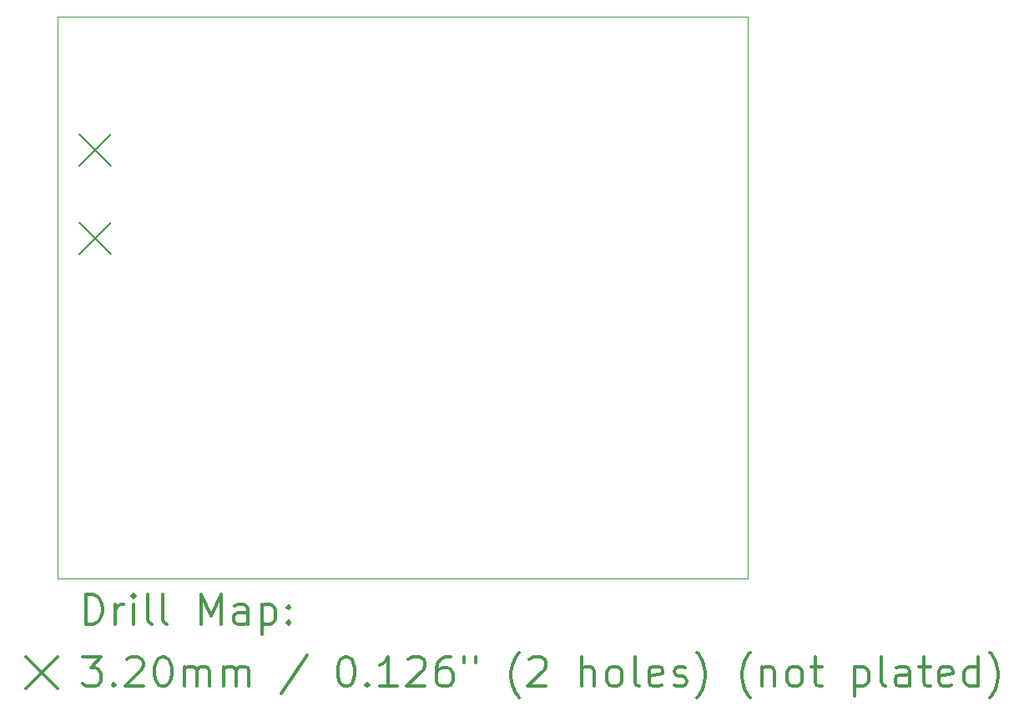
<source format=gbr>
%FSLAX45Y45*%
G04 Gerber Fmt 4.5, Leading zero omitted, Abs format (unit mm)*
G04 Created by KiCad (PCBNEW (5.1.6)-1) date 2021-10-22 00:30:33*
%MOMM*%
%LPD*%
G01*
G04 APERTURE LIST*
%TA.AperFunction,Profile*%
%ADD10C,0.050000*%
%TD*%
%ADD11C,0.200000*%
%ADD12C,0.300000*%
G04 APERTURE END LIST*
D10*
X0Y5700000D02*
X0Y0D01*
X7000000Y5700000D02*
X0Y5700000D01*
X7000000Y0D02*
X7000000Y5700000D01*
X0Y0D02*
X7000000Y0D01*
D11*
X220000Y4510000D02*
X540000Y4190000D01*
X540000Y4510000D02*
X220000Y4190000D01*
X220000Y3610000D02*
X540000Y3290000D01*
X540000Y3610000D02*
X220000Y3290000D01*
D12*
X283928Y-468214D02*
X283928Y-168214D01*
X355357Y-168214D01*
X398214Y-182500D01*
X426786Y-211071D01*
X441071Y-239643D01*
X455357Y-296786D01*
X455357Y-339643D01*
X441071Y-396786D01*
X426786Y-425357D01*
X398214Y-453929D01*
X355357Y-468214D01*
X283928Y-468214D01*
X583928Y-468214D02*
X583928Y-268214D01*
X583928Y-325357D02*
X598214Y-296786D01*
X612500Y-282500D01*
X641071Y-268214D01*
X669643Y-268214D01*
X769643Y-468214D02*
X769643Y-268214D01*
X769643Y-168214D02*
X755357Y-182500D01*
X769643Y-196786D01*
X783928Y-182500D01*
X769643Y-168214D01*
X769643Y-196786D01*
X955357Y-468214D02*
X926786Y-453929D01*
X912500Y-425357D01*
X912500Y-168214D01*
X1112500Y-468214D02*
X1083928Y-453929D01*
X1069643Y-425357D01*
X1069643Y-168214D01*
X1455357Y-468214D02*
X1455357Y-168214D01*
X1555357Y-382500D01*
X1655357Y-168214D01*
X1655357Y-468214D01*
X1926786Y-468214D02*
X1926786Y-311072D01*
X1912500Y-282500D01*
X1883928Y-268214D01*
X1826786Y-268214D01*
X1798214Y-282500D01*
X1926786Y-453929D02*
X1898214Y-468214D01*
X1826786Y-468214D01*
X1798214Y-453929D01*
X1783928Y-425357D01*
X1783928Y-396786D01*
X1798214Y-368214D01*
X1826786Y-353929D01*
X1898214Y-353929D01*
X1926786Y-339643D01*
X2069643Y-268214D02*
X2069643Y-568214D01*
X2069643Y-282500D02*
X2098214Y-268214D01*
X2155357Y-268214D01*
X2183928Y-282500D01*
X2198214Y-296786D01*
X2212500Y-325357D01*
X2212500Y-411071D01*
X2198214Y-439643D01*
X2183928Y-453929D01*
X2155357Y-468214D01*
X2098214Y-468214D01*
X2069643Y-453929D01*
X2341071Y-439643D02*
X2355357Y-453929D01*
X2341071Y-468214D01*
X2326786Y-453929D01*
X2341071Y-439643D01*
X2341071Y-468214D01*
X2341071Y-282500D02*
X2355357Y-296786D01*
X2341071Y-311072D01*
X2326786Y-296786D01*
X2341071Y-282500D01*
X2341071Y-311072D01*
X-322500Y-802500D02*
X-2500Y-1122500D01*
X-2500Y-802500D02*
X-322500Y-1122500D01*
X255357Y-798214D02*
X441071Y-798214D01*
X341071Y-912500D01*
X383928Y-912500D01*
X412500Y-926786D01*
X426786Y-941071D01*
X441071Y-969643D01*
X441071Y-1041071D01*
X426786Y-1069643D01*
X412500Y-1083929D01*
X383928Y-1098214D01*
X298214Y-1098214D01*
X269643Y-1083929D01*
X255357Y-1069643D01*
X569643Y-1069643D02*
X583928Y-1083929D01*
X569643Y-1098214D01*
X555357Y-1083929D01*
X569643Y-1069643D01*
X569643Y-1098214D01*
X698214Y-826786D02*
X712500Y-812500D01*
X741071Y-798214D01*
X812500Y-798214D01*
X841071Y-812500D01*
X855357Y-826786D01*
X869643Y-855357D01*
X869643Y-883929D01*
X855357Y-926786D01*
X683928Y-1098214D01*
X869643Y-1098214D01*
X1055357Y-798214D02*
X1083928Y-798214D01*
X1112500Y-812500D01*
X1126786Y-826786D01*
X1141071Y-855357D01*
X1155357Y-912500D01*
X1155357Y-983929D01*
X1141071Y-1041071D01*
X1126786Y-1069643D01*
X1112500Y-1083929D01*
X1083928Y-1098214D01*
X1055357Y-1098214D01*
X1026786Y-1083929D01*
X1012500Y-1069643D01*
X998214Y-1041071D01*
X983928Y-983929D01*
X983928Y-912500D01*
X998214Y-855357D01*
X1012500Y-826786D01*
X1026786Y-812500D01*
X1055357Y-798214D01*
X1283928Y-1098214D02*
X1283928Y-898214D01*
X1283928Y-926786D02*
X1298214Y-912500D01*
X1326786Y-898214D01*
X1369643Y-898214D01*
X1398214Y-912500D01*
X1412500Y-941071D01*
X1412500Y-1098214D01*
X1412500Y-941071D02*
X1426786Y-912500D01*
X1455357Y-898214D01*
X1498214Y-898214D01*
X1526786Y-912500D01*
X1541071Y-941071D01*
X1541071Y-1098214D01*
X1683928Y-1098214D02*
X1683928Y-898214D01*
X1683928Y-926786D02*
X1698214Y-912500D01*
X1726786Y-898214D01*
X1769643Y-898214D01*
X1798214Y-912500D01*
X1812500Y-941071D01*
X1812500Y-1098214D01*
X1812500Y-941071D02*
X1826786Y-912500D01*
X1855357Y-898214D01*
X1898214Y-898214D01*
X1926786Y-912500D01*
X1941071Y-941071D01*
X1941071Y-1098214D01*
X2526786Y-783929D02*
X2269643Y-1169643D01*
X2912500Y-798214D02*
X2941071Y-798214D01*
X2969643Y-812500D01*
X2983928Y-826786D01*
X2998214Y-855357D01*
X3012500Y-912500D01*
X3012500Y-983929D01*
X2998214Y-1041071D01*
X2983928Y-1069643D01*
X2969643Y-1083929D01*
X2941071Y-1098214D01*
X2912500Y-1098214D01*
X2883928Y-1083929D01*
X2869643Y-1069643D01*
X2855357Y-1041071D01*
X2841071Y-983929D01*
X2841071Y-912500D01*
X2855357Y-855357D01*
X2869643Y-826786D01*
X2883928Y-812500D01*
X2912500Y-798214D01*
X3141071Y-1069643D02*
X3155357Y-1083929D01*
X3141071Y-1098214D01*
X3126786Y-1083929D01*
X3141071Y-1069643D01*
X3141071Y-1098214D01*
X3441071Y-1098214D02*
X3269643Y-1098214D01*
X3355357Y-1098214D02*
X3355357Y-798214D01*
X3326786Y-841071D01*
X3298214Y-869643D01*
X3269643Y-883929D01*
X3555357Y-826786D02*
X3569643Y-812500D01*
X3598214Y-798214D01*
X3669643Y-798214D01*
X3698214Y-812500D01*
X3712500Y-826786D01*
X3726786Y-855357D01*
X3726786Y-883929D01*
X3712500Y-926786D01*
X3541071Y-1098214D01*
X3726786Y-1098214D01*
X3983928Y-798214D02*
X3926786Y-798214D01*
X3898214Y-812500D01*
X3883928Y-826786D01*
X3855357Y-869643D01*
X3841071Y-926786D01*
X3841071Y-1041071D01*
X3855357Y-1069643D01*
X3869643Y-1083929D01*
X3898214Y-1098214D01*
X3955357Y-1098214D01*
X3983928Y-1083929D01*
X3998214Y-1069643D01*
X4012500Y-1041071D01*
X4012500Y-969643D01*
X3998214Y-941071D01*
X3983928Y-926786D01*
X3955357Y-912500D01*
X3898214Y-912500D01*
X3869643Y-926786D01*
X3855357Y-941071D01*
X3841071Y-969643D01*
X4126786Y-798214D02*
X4126786Y-855357D01*
X4241071Y-798214D02*
X4241071Y-855357D01*
X4683928Y-1212500D02*
X4669643Y-1198214D01*
X4641071Y-1155357D01*
X4626786Y-1126786D01*
X4612500Y-1083929D01*
X4598214Y-1012500D01*
X4598214Y-955357D01*
X4612500Y-883929D01*
X4626786Y-841071D01*
X4641071Y-812500D01*
X4669643Y-769643D01*
X4683928Y-755357D01*
X4783928Y-826786D02*
X4798214Y-812500D01*
X4826786Y-798214D01*
X4898214Y-798214D01*
X4926786Y-812500D01*
X4941071Y-826786D01*
X4955357Y-855357D01*
X4955357Y-883929D01*
X4941071Y-926786D01*
X4769643Y-1098214D01*
X4955357Y-1098214D01*
X5312500Y-1098214D02*
X5312500Y-798214D01*
X5441071Y-1098214D02*
X5441071Y-941071D01*
X5426786Y-912500D01*
X5398214Y-898214D01*
X5355357Y-898214D01*
X5326786Y-912500D01*
X5312500Y-926786D01*
X5626786Y-1098214D02*
X5598214Y-1083929D01*
X5583928Y-1069643D01*
X5569643Y-1041071D01*
X5569643Y-955357D01*
X5583928Y-926786D01*
X5598214Y-912500D01*
X5626786Y-898214D01*
X5669643Y-898214D01*
X5698214Y-912500D01*
X5712500Y-926786D01*
X5726786Y-955357D01*
X5726786Y-1041071D01*
X5712500Y-1069643D01*
X5698214Y-1083929D01*
X5669643Y-1098214D01*
X5626786Y-1098214D01*
X5898214Y-1098214D02*
X5869643Y-1083929D01*
X5855357Y-1055357D01*
X5855357Y-798214D01*
X6126786Y-1083929D02*
X6098214Y-1098214D01*
X6041071Y-1098214D01*
X6012500Y-1083929D01*
X5998214Y-1055357D01*
X5998214Y-941071D01*
X6012500Y-912500D01*
X6041071Y-898214D01*
X6098214Y-898214D01*
X6126786Y-912500D01*
X6141071Y-941071D01*
X6141071Y-969643D01*
X5998214Y-998214D01*
X6255357Y-1083929D02*
X6283928Y-1098214D01*
X6341071Y-1098214D01*
X6369643Y-1083929D01*
X6383928Y-1055357D01*
X6383928Y-1041071D01*
X6369643Y-1012500D01*
X6341071Y-998214D01*
X6298214Y-998214D01*
X6269643Y-983929D01*
X6255357Y-955357D01*
X6255357Y-941071D01*
X6269643Y-912500D01*
X6298214Y-898214D01*
X6341071Y-898214D01*
X6369643Y-912500D01*
X6483928Y-1212500D02*
X6498214Y-1198214D01*
X6526786Y-1155357D01*
X6541071Y-1126786D01*
X6555357Y-1083929D01*
X6569643Y-1012500D01*
X6569643Y-955357D01*
X6555357Y-883929D01*
X6541071Y-841071D01*
X6526786Y-812500D01*
X6498214Y-769643D01*
X6483928Y-755357D01*
X7026786Y-1212500D02*
X7012500Y-1198214D01*
X6983928Y-1155357D01*
X6969643Y-1126786D01*
X6955357Y-1083929D01*
X6941071Y-1012500D01*
X6941071Y-955357D01*
X6955357Y-883929D01*
X6969643Y-841071D01*
X6983928Y-812500D01*
X7012500Y-769643D01*
X7026786Y-755357D01*
X7141071Y-898214D02*
X7141071Y-1098214D01*
X7141071Y-926786D02*
X7155357Y-912500D01*
X7183928Y-898214D01*
X7226786Y-898214D01*
X7255357Y-912500D01*
X7269643Y-941071D01*
X7269643Y-1098214D01*
X7455357Y-1098214D02*
X7426786Y-1083929D01*
X7412500Y-1069643D01*
X7398214Y-1041071D01*
X7398214Y-955357D01*
X7412500Y-926786D01*
X7426786Y-912500D01*
X7455357Y-898214D01*
X7498214Y-898214D01*
X7526786Y-912500D01*
X7541071Y-926786D01*
X7555357Y-955357D01*
X7555357Y-1041071D01*
X7541071Y-1069643D01*
X7526786Y-1083929D01*
X7498214Y-1098214D01*
X7455357Y-1098214D01*
X7641071Y-898214D02*
X7755357Y-898214D01*
X7683928Y-798214D02*
X7683928Y-1055357D01*
X7698214Y-1083929D01*
X7726786Y-1098214D01*
X7755357Y-1098214D01*
X8083928Y-898214D02*
X8083928Y-1198214D01*
X8083928Y-912500D02*
X8112500Y-898214D01*
X8169643Y-898214D01*
X8198214Y-912500D01*
X8212500Y-926786D01*
X8226786Y-955357D01*
X8226786Y-1041071D01*
X8212500Y-1069643D01*
X8198214Y-1083929D01*
X8169643Y-1098214D01*
X8112500Y-1098214D01*
X8083928Y-1083929D01*
X8398214Y-1098214D02*
X8369643Y-1083929D01*
X8355357Y-1055357D01*
X8355357Y-798214D01*
X8641071Y-1098214D02*
X8641071Y-941071D01*
X8626786Y-912500D01*
X8598214Y-898214D01*
X8541071Y-898214D01*
X8512500Y-912500D01*
X8641071Y-1083929D02*
X8612500Y-1098214D01*
X8541071Y-1098214D01*
X8512500Y-1083929D01*
X8498214Y-1055357D01*
X8498214Y-1026786D01*
X8512500Y-998214D01*
X8541071Y-983929D01*
X8612500Y-983929D01*
X8641071Y-969643D01*
X8741071Y-898214D02*
X8855357Y-898214D01*
X8783928Y-798214D02*
X8783928Y-1055357D01*
X8798214Y-1083929D01*
X8826786Y-1098214D01*
X8855357Y-1098214D01*
X9069643Y-1083929D02*
X9041071Y-1098214D01*
X8983928Y-1098214D01*
X8955357Y-1083929D01*
X8941071Y-1055357D01*
X8941071Y-941071D01*
X8955357Y-912500D01*
X8983928Y-898214D01*
X9041071Y-898214D01*
X9069643Y-912500D01*
X9083928Y-941071D01*
X9083928Y-969643D01*
X8941071Y-998214D01*
X9341071Y-1098214D02*
X9341071Y-798214D01*
X9341071Y-1083929D02*
X9312500Y-1098214D01*
X9255357Y-1098214D01*
X9226786Y-1083929D01*
X9212500Y-1069643D01*
X9198214Y-1041071D01*
X9198214Y-955357D01*
X9212500Y-926786D01*
X9226786Y-912500D01*
X9255357Y-898214D01*
X9312500Y-898214D01*
X9341071Y-912500D01*
X9455357Y-1212500D02*
X9469643Y-1198214D01*
X9498214Y-1155357D01*
X9512500Y-1126786D01*
X9526786Y-1083929D01*
X9541071Y-1012500D01*
X9541071Y-955357D01*
X9526786Y-883929D01*
X9512500Y-841071D01*
X9498214Y-812500D01*
X9469643Y-769643D01*
X9455357Y-755357D01*
M02*

</source>
